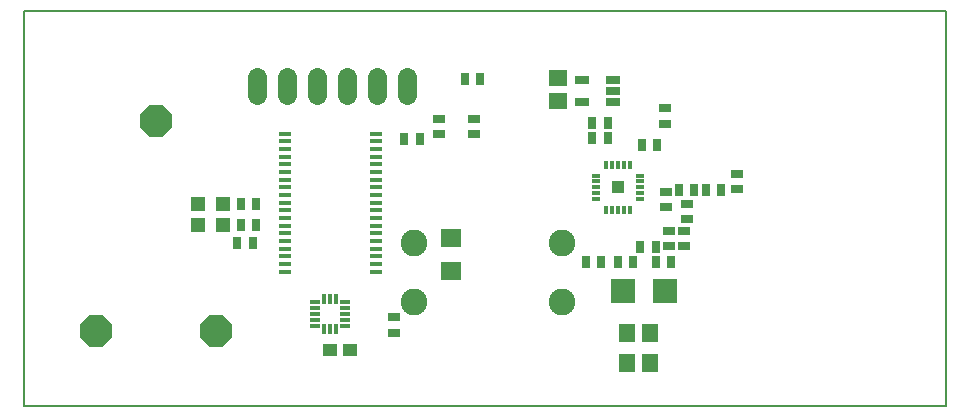
<source format=gts>
G75*
G70*
%OFA0B0*%
%FSLAX24Y24*%
%IPPOS*%
%LPD*%
%AMOC8*
5,1,8,0,0,1.08239X$1,22.5*
%
%ADD10C,0.0080*%
%ADD11R,0.0316X0.0394*%
%ADD12R,0.0394X0.0316*%
%ADD13R,0.0512X0.0257*%
%ADD14R,0.0670X0.0591*%
%ADD15R,0.0434X0.0434*%
%ADD16R,0.0158X0.0296*%
%ADD17R,0.0296X0.0158*%
%ADD18C,0.0640*%
%ADD19OC8,0.1040*%
%ADD20R,0.0512X0.0512*%
%ADD21R,0.0434X0.0178*%
%ADD22R,0.0158X0.0355*%
%ADD23R,0.0355X0.0158*%
%ADD24R,0.0473X0.0434*%
%ADD25R,0.0552X0.0631*%
%ADD26C,0.0890*%
%ADD27R,0.0827X0.0827*%
%ADD28R,0.0631X0.0552*%
D10*
X000150Y000181D02*
X000150Y013337D01*
X030885Y013337D01*
X030885Y000181D01*
X000150Y000181D01*
D11*
X007255Y005606D03*
X007767Y005606D03*
X007881Y006206D03*
X007369Y006206D03*
X007369Y006925D03*
X007881Y006925D03*
X012816Y009091D03*
X013328Y009091D03*
X014841Y011087D03*
X015353Y011087D03*
X019082Y009613D03*
X019593Y009613D03*
X019593Y009113D03*
X019082Y009113D03*
X020744Y008863D03*
X021256Y008863D03*
X021975Y007362D03*
X022487Y007362D03*
X022875Y007363D03*
X023386Y007363D03*
X021200Y005463D03*
X020688Y005463D03*
X020456Y004963D03*
X019944Y004963D03*
X019381Y004988D03*
X018869Y004988D03*
X021207Y004963D03*
X021718Y004963D03*
D12*
X021638Y005507D03*
X022137Y005507D03*
X022137Y006018D03*
X021638Y006018D03*
X022228Y006407D03*
X022228Y006918D03*
X021531Y006810D03*
X021531Y007322D03*
X023922Y007413D03*
X023922Y007925D03*
X021506Y009585D03*
X021506Y010097D03*
X015156Y009743D03*
X013969Y009743D03*
X013969Y009232D03*
X015156Y009232D03*
X012475Y003134D03*
X012475Y002622D03*
D13*
X018744Y010307D03*
X019768Y010307D03*
X019768Y010681D03*
X019768Y011055D03*
X018744Y011055D03*
D14*
X014357Y005777D03*
X014357Y004674D03*
D15*
X019938Y007463D03*
D16*
X019938Y006715D03*
X020135Y006715D03*
X020331Y006715D03*
X019741Y006715D03*
X019544Y006715D03*
X019544Y008211D03*
X019741Y008211D03*
X019938Y008211D03*
X020135Y008211D03*
X020331Y008211D03*
D17*
X020686Y007856D03*
X020686Y007660D03*
X020686Y007463D03*
X020686Y007266D03*
X020686Y007069D03*
X019190Y007069D03*
X019190Y007266D03*
X019190Y007463D03*
X019190Y007660D03*
X019190Y007856D03*
D18*
X012906Y010531D02*
X012906Y011131D01*
X011906Y011131D02*
X011906Y010531D01*
X010906Y010531D02*
X010906Y011131D01*
X009906Y011131D02*
X009906Y010531D01*
X008906Y010531D02*
X008906Y011131D01*
X007906Y011131D02*
X007906Y010531D01*
D19*
X004547Y009666D03*
X002547Y002666D03*
X006547Y002666D03*
D20*
X006757Y006206D03*
X005930Y006206D03*
X005930Y006925D03*
X006757Y006925D03*
D21*
X008828Y006956D03*
X008828Y007212D03*
X008828Y007468D03*
X008828Y007724D03*
X008828Y007980D03*
X008828Y008236D03*
X008828Y008492D03*
X008828Y008748D03*
X008828Y009003D03*
X008828Y009259D03*
X011859Y009259D03*
X011859Y009003D03*
X011859Y008748D03*
X011859Y008492D03*
X011859Y008236D03*
X011859Y007980D03*
X011859Y007724D03*
X011859Y007468D03*
X011859Y007212D03*
X011859Y006956D03*
X011859Y006700D03*
X011859Y006444D03*
X011859Y006189D03*
X011859Y005933D03*
X011859Y005677D03*
X011859Y005421D03*
X011859Y005165D03*
X011859Y004909D03*
X011859Y004653D03*
X008828Y004653D03*
X008828Y004909D03*
X008828Y005165D03*
X008828Y005421D03*
X008828Y005677D03*
X008828Y005933D03*
X008828Y006189D03*
X008828Y006444D03*
X008828Y006700D03*
D22*
X010147Y003739D03*
X010344Y003739D03*
X010541Y003739D03*
X010541Y002736D03*
X010344Y002736D03*
X010147Y002736D03*
D23*
X009842Y002844D03*
X009842Y003041D03*
X009842Y003238D03*
X009842Y003434D03*
X009842Y003631D03*
X010846Y003631D03*
X010846Y003434D03*
X010846Y003238D03*
X010846Y003041D03*
X010846Y002844D03*
D24*
X011000Y002050D03*
X010331Y002050D03*
D25*
X020251Y001625D03*
X020999Y001625D03*
X020999Y002594D03*
X020251Y002594D03*
D26*
X018072Y003628D03*
X018072Y005596D03*
X013150Y005596D03*
X013150Y003628D03*
D27*
X020119Y004019D03*
X021497Y004019D03*
D28*
X017949Y010358D03*
X017949Y011106D03*
M02*

</source>
